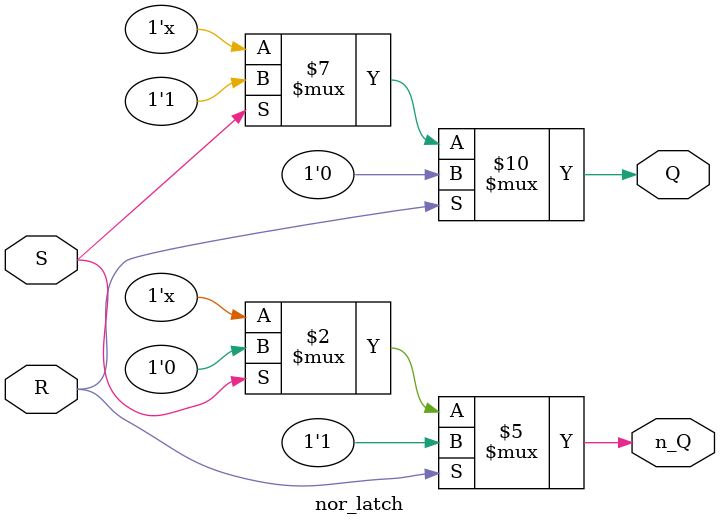
<source format=v>

module nor_latch (
  input wire S,        
  input wire R,        
  output reg Q,        
  output reg n_Q       
);

  always @(S, R)
  begin
    if (R)
    begin
      Q <= 1'b0;
      n_Q <= 1'b1;
    end
    else if (S)
    begin
      Q <= 1'b1;
      n_Q <= 1'b0;
    end
  end

endmodule




</source>
